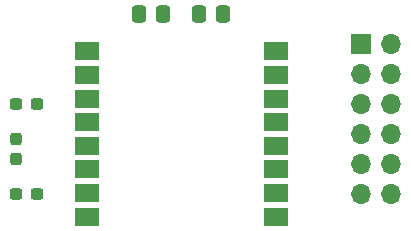
<source format=gbr>
%TF.GenerationSoftware,KiCad,Pcbnew,7.0.1*%
%TF.CreationDate,2023-03-26T17:19:44+02:00*%
%TF.ProjectId,RA01_868_PMOD,52413031-5f38-4363-985f-504d4f442e6b,rev?*%
%TF.SameCoordinates,Original*%
%TF.FileFunction,Soldermask,Top*%
%TF.FilePolarity,Negative*%
%FSLAX46Y46*%
G04 Gerber Fmt 4.6, Leading zero omitted, Abs format (unit mm)*
G04 Created by KiCad (PCBNEW 7.0.1) date 2023-03-26 17:19:44*
%MOMM*%
%LPD*%
G01*
G04 APERTURE LIST*
G04 Aperture macros list*
%AMRoundRect*
0 Rectangle with rounded corners*
0 $1 Rounding radius*
0 $2 $3 $4 $5 $6 $7 $8 $9 X,Y pos of 4 corners*
0 Add a 4 corners polygon primitive as box body*
4,1,4,$2,$3,$4,$5,$6,$7,$8,$9,$2,$3,0*
0 Add four circle primitives for the rounded corners*
1,1,$1+$1,$2,$3*
1,1,$1+$1,$4,$5*
1,1,$1+$1,$6,$7*
1,1,$1+$1,$8,$9*
0 Add four rect primitives between the rounded corners*
20,1,$1+$1,$2,$3,$4,$5,0*
20,1,$1+$1,$4,$5,$6,$7,0*
20,1,$1+$1,$6,$7,$8,$9,0*
20,1,$1+$1,$8,$9,$2,$3,0*%
G04 Aperture macros list end*
%ADD10R,1.700000X1.700000*%
%ADD11O,1.700000X1.700000*%
%ADD12RoundRect,0.237500X-0.300000X-0.237500X0.300000X-0.237500X0.300000X0.237500X-0.300000X0.237500X0*%
%ADD13RoundRect,0.250000X0.337500X0.475000X-0.337500X0.475000X-0.337500X-0.475000X0.337500X-0.475000X0*%
%ADD14RoundRect,0.237500X-0.237500X0.287500X-0.237500X-0.287500X0.237500X-0.287500X0.237500X0.287500X0*%
%ADD15R,2.000000X1.500000*%
%ADD16RoundRect,0.250000X-0.337500X-0.475000X0.337500X-0.475000X0.337500X0.475000X-0.337500X0.475000X0*%
G04 APERTURE END LIST*
D10*
%TO.C,J1*%
X149860000Y-43180000D03*
D11*
X152400000Y-43180000D03*
X149860000Y-45720000D03*
X152400000Y-45720000D03*
X149860000Y-48260000D03*
X152400000Y-48260000D03*
X149860000Y-50800000D03*
X152400000Y-50800000D03*
X149860000Y-53340000D03*
X152400000Y-53340000D03*
X149860000Y-55880000D03*
X152400000Y-55880000D03*
%TD*%
D12*
%TO.C,M1*%
X120650000Y-48260000D03*
X122375000Y-48260000D03*
%TD*%
D13*
%TO.C,C1*%
X133117500Y-40640000D03*
X131042500Y-40640000D03*
%TD*%
D14*
%TO.C,M2*%
X120650000Y-51195000D03*
X120650000Y-52945000D03*
%TD*%
D12*
%TO.C,M3*%
X120650000Y-55880000D03*
X122375000Y-55880000D03*
%TD*%
D15*
%TO.C,U1*%
X126620000Y-43800000D03*
X126620000Y-45800000D03*
X126620000Y-47800000D03*
X126620000Y-49800000D03*
X126620000Y-51800000D03*
X126620000Y-53800000D03*
X126620000Y-55800000D03*
X126620000Y-57800000D03*
X142620000Y-57800000D03*
X142620000Y-55800000D03*
X142620000Y-53800000D03*
X142620000Y-51800000D03*
X142620000Y-49800000D03*
X142620000Y-47800000D03*
X142620000Y-45800000D03*
X142620000Y-43800000D03*
%TD*%
D16*
%TO.C,C2*%
X136122500Y-40640000D03*
X138197500Y-40640000D03*
%TD*%
M02*

</source>
